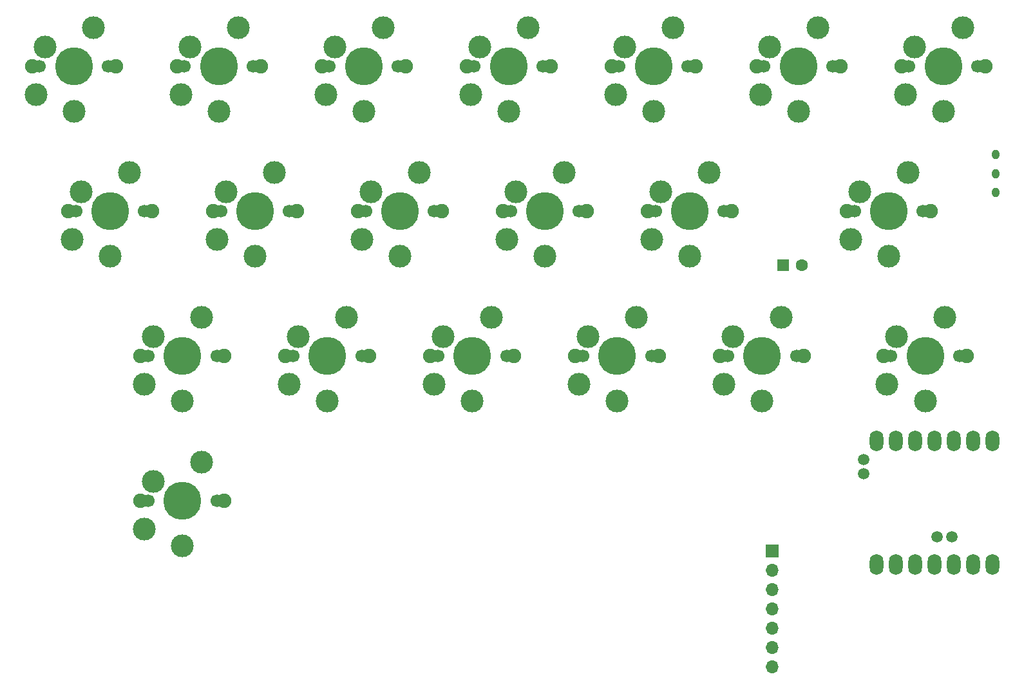
<source format=gbr>
%TF.GenerationSoftware,KiCad,Pcbnew,8.0.7*%
%TF.CreationDate,2025-01-09T22:17:52+09:00*%
%TF.ProjectId,cool937tb_R,636f6f6c-3933-4377-9462-5f522e6b6963,rev?*%
%TF.SameCoordinates,Original*%
%TF.FileFunction,Soldermask,Top*%
%TF.FilePolarity,Negative*%
%FSLAX46Y46*%
G04 Gerber Fmt 4.6, Leading zero omitted, Abs format (unit mm)*
G04 Created by KiCad (PCBNEW 8.0.7) date 2025-01-09 22:17:52*
%MOMM*%
%LPD*%
G01*
G04 APERTURE LIST*
%ADD10C,1.900000*%
%ADD11C,1.700000*%
%ADD12C,3.000000*%
%ADD13C,5.000000*%
%ADD14O,1.000000X1.300000*%
%ADD15R,1.700000X1.700000*%
%ADD16O,1.700000X1.700000*%
%ADD17R,1.600000X1.600000*%
%ADD18C,1.600000*%
%ADD19O,1.800000X2.750000*%
%ADD20C,1.500000*%
G04 APERTURE END LIST*
D10*
%TO.C,SW1*%
X-5500000Y0D03*
D11*
X-5080000Y0D03*
D12*
X-5000000Y-3700000D03*
D11*
X-4500000Y0D03*
D12*
X-3810000Y2540000D03*
D13*
X0Y0D03*
D12*
X0Y-5900000D03*
X2540000Y5080000D03*
D11*
X4500000Y0D03*
X5080000Y0D03*
D10*
X5500000Y0D03*
%TD*%
%TO.C,SW8*%
X84987500Y-38100000D03*
D11*
X85407500Y-38100000D03*
D12*
X85487500Y-41800000D03*
D11*
X85987500Y-38100000D03*
D12*
X86677500Y-35560000D03*
D13*
X90487500Y-38100000D03*
D12*
X90487500Y-44000000D03*
X93027500Y-33020000D03*
D11*
X94987500Y-38100000D03*
X95567500Y-38100000D03*
D10*
X95987500Y-38100000D03*
%TD*%
%TO.C,SW15*%
X65937500Y-38100000D03*
D11*
X66357500Y-38100000D03*
D12*
X66437500Y-41800000D03*
D11*
X66937500Y-38100000D03*
D12*
X67627500Y-35560000D03*
D13*
X71437500Y-38100000D03*
D12*
X71437500Y-44000000D03*
X73977500Y-33020000D03*
D11*
X75937500Y-38100000D03*
X76517500Y-38100000D03*
D10*
X76937500Y-38100000D03*
%TD*%
%TO.C,SW16*%
X108800000Y0D03*
D11*
X109220000Y0D03*
D12*
X109300000Y-3700000D03*
D11*
X109800000Y0D03*
D12*
X110490000Y2540000D03*
D13*
X114300000Y0D03*
D12*
X114300000Y-5900000D03*
X116840000Y5080000D03*
D11*
X118800000Y0D03*
X119380000Y0D03*
D10*
X119800000Y0D03*
%TD*%
D14*
%TO.C,SW21*%
X121220000Y-11620000D03*
X121220000Y-14120000D03*
X121220000Y-16620000D03*
%TD*%
D10*
%TO.C,SW13*%
X51650000Y0D03*
D11*
X52070000Y0D03*
D12*
X52150000Y-3700000D03*
D11*
X52650000Y0D03*
D12*
X53340000Y2540000D03*
D13*
X57150000Y0D03*
D12*
X57150000Y-5900000D03*
X59690000Y5080000D03*
D11*
X61650000Y0D03*
X62230000Y0D03*
D10*
X62650000Y0D03*
%TD*%
%TO.C,SW17*%
X70700000Y0D03*
D11*
X71120000Y0D03*
D12*
X71200000Y-3700000D03*
D11*
X71700000Y0D03*
D12*
X72390000Y2540000D03*
D13*
X76200000Y0D03*
D12*
X76200000Y-5900000D03*
X78740000Y5080000D03*
D11*
X80700000Y0D03*
X81280000Y0D03*
D10*
X81700000Y0D03*
%TD*%
%TO.C,SW11*%
X46887500Y-38100000D03*
D11*
X47307500Y-38100000D03*
D12*
X47387500Y-41800000D03*
D11*
X47887500Y-38100000D03*
D12*
X48577500Y-35560000D03*
D13*
X52387500Y-38100000D03*
D12*
X52387500Y-44000000D03*
X54927500Y-33020000D03*
D11*
X56887500Y-38100000D03*
X57467500Y-38100000D03*
D10*
X57887500Y-38100000D03*
%TD*%
%TO.C,SW12*%
X75462500Y-19050000D03*
D11*
X75882500Y-19050000D03*
D12*
X75962500Y-22750000D03*
D11*
X76462500Y-19050000D03*
D12*
X77152500Y-16510000D03*
D13*
X80962500Y-19050000D03*
D12*
X80962500Y-24950000D03*
X83502500Y-13970000D03*
D11*
X85462500Y-19050000D03*
X86042500Y-19050000D03*
D10*
X86462500Y-19050000D03*
%TD*%
%TO.C,SW19*%
X106418750Y-38100000D03*
D11*
X106838750Y-38100000D03*
D12*
X106918750Y-41800000D03*
D11*
X107418750Y-38100000D03*
D12*
X108108750Y-35560000D03*
D13*
X111918750Y-38100000D03*
D12*
X111918750Y-44000000D03*
X114458750Y-33020000D03*
D11*
X116418750Y-38100000D03*
X116998750Y-38100000D03*
D10*
X117418750Y-38100000D03*
%TD*%
%TO.C,SW20*%
X89750000Y0D03*
D11*
X90170000Y0D03*
D12*
X90250000Y-3700000D03*
D11*
X90750000Y0D03*
D12*
X91440000Y2540000D03*
D13*
X95250000Y0D03*
D12*
X95250000Y-5900000D03*
X97790000Y5080000D03*
D11*
X99750000Y0D03*
X100330000Y0D03*
D10*
X100750000Y0D03*
%TD*%
%TO.C,SW3*%
X8787500Y-38100000D03*
D11*
X9207500Y-38100000D03*
D12*
X9287500Y-41800000D03*
D11*
X9787500Y-38100000D03*
D12*
X10477500Y-35560000D03*
D13*
X14287500Y-38100000D03*
D12*
X14287500Y-44000000D03*
X16827500Y-33020000D03*
D11*
X18787500Y-38100000D03*
X19367500Y-38100000D03*
D10*
X19787500Y-38100000D03*
%TD*%
%TO.C,SW7*%
X27837500Y-38100000D03*
D11*
X28257500Y-38100000D03*
D12*
X28337500Y-41800000D03*
D11*
X28837500Y-38100000D03*
D12*
X29527500Y-35560000D03*
D13*
X33337500Y-38100000D03*
D12*
X33337500Y-44000000D03*
X35877500Y-33020000D03*
D11*
X37837500Y-38100000D03*
X38417500Y-38100000D03*
D10*
X38837500Y-38100000D03*
%TD*%
%TO.C,SW10*%
X37362500Y-19050000D03*
D11*
X37782500Y-19050000D03*
D12*
X37862500Y-22750000D03*
D11*
X38362500Y-19050000D03*
D12*
X39052500Y-16510000D03*
D13*
X42862500Y-19050000D03*
D12*
X42862500Y-24950000D03*
X45402500Y-13970000D03*
D11*
X47362500Y-19050000D03*
X47942500Y-19050000D03*
D10*
X48362500Y-19050000D03*
%TD*%
D15*
%TO.C,J1*%
X91780000Y-63790000D03*
D16*
X91780000Y-66330000D03*
X91780000Y-68870000D03*
X91780000Y-71410000D03*
X91780000Y-73950000D03*
X91780000Y-76490000D03*
X91780000Y-79030000D03*
%TD*%
D17*
%TO.C,J8*%
X93206250Y-26193750D03*
D18*
X95726250Y-26193750D03*
%TD*%
D10*
%TO.C,SW5*%
X13550000Y0D03*
D11*
X13970000Y0D03*
D12*
X14050000Y-3700000D03*
D11*
X14550000Y0D03*
D12*
X15240000Y2540000D03*
D13*
X19050000Y0D03*
D12*
X19050000Y-5900000D03*
X21590000Y5080000D03*
D11*
X23550000Y0D03*
X24130000Y0D03*
D10*
X24550000Y0D03*
%TD*%
%TO.C,SW6*%
X18312500Y-19050000D03*
D11*
X18732500Y-19050000D03*
D12*
X18812500Y-22750000D03*
D11*
X19312500Y-19050000D03*
D12*
X20002500Y-16510000D03*
D13*
X23812500Y-19050000D03*
D12*
X23812500Y-24950000D03*
X26352500Y-13970000D03*
D11*
X28312500Y-19050000D03*
X28892500Y-19050000D03*
D10*
X29312500Y-19050000D03*
%TD*%
%TO.C,SW9*%
X32600000Y0D03*
D11*
X33020000Y0D03*
D12*
X33100000Y-3700000D03*
D11*
X33600000Y0D03*
D12*
X34290000Y2540000D03*
D13*
X38100000Y0D03*
D12*
X38100000Y-5900000D03*
X40640000Y5080000D03*
D11*
X42600000Y0D03*
X43180000Y0D03*
D10*
X43600000Y0D03*
%TD*%
%TO.C,SW4*%
X8787500Y-57150000D03*
D11*
X9207500Y-57150000D03*
D12*
X9287500Y-60850000D03*
D11*
X9787500Y-57150000D03*
D12*
X10477500Y-54610000D03*
D13*
X14287500Y-57150000D03*
D12*
X14287500Y-63050000D03*
X16827500Y-52070000D03*
D11*
X18787500Y-57150000D03*
X19367500Y-57150000D03*
D10*
X19787500Y-57150000D03*
%TD*%
%TO.C,SW2*%
X-737500Y-19050000D03*
D11*
X-317500Y-19050000D03*
D12*
X-237500Y-22750000D03*
D11*
X262500Y-19050000D03*
D12*
X952500Y-16510000D03*
D13*
X4762500Y-19050000D03*
D12*
X4762500Y-24950000D03*
X7302500Y-13970000D03*
D11*
X9262500Y-19050000D03*
X9842500Y-19050000D03*
D10*
X10262500Y-19050000D03*
%TD*%
%TO.C,SW18*%
X101656250Y-19050000D03*
D11*
X102076250Y-19050000D03*
D12*
X102156250Y-22750000D03*
D11*
X102656250Y-19050000D03*
D12*
X103346250Y-16510000D03*
D13*
X107156250Y-19050000D03*
D12*
X107156250Y-24950000D03*
X109696250Y-13970000D03*
D11*
X111656250Y-19050000D03*
X112236250Y-19050000D03*
D10*
X112656250Y-19050000D03*
%TD*%
%TO.C,SW14*%
X56412500Y-19050000D03*
D11*
X56832500Y-19050000D03*
D12*
X56912500Y-22750000D03*
D11*
X57412500Y-19050000D03*
D12*
X58102500Y-16510000D03*
D13*
X61912500Y-19050000D03*
D12*
X61912500Y-24950000D03*
X64452500Y-13970000D03*
D11*
X66412500Y-19050000D03*
X66992500Y-19050000D03*
D10*
X67412500Y-19050000D03*
%TD*%
D19*
%TO.C,U1*%
X120806000Y-65540000D03*
X118266000Y-65540000D03*
X115726000Y-65540000D03*
X113186000Y-65540000D03*
X110646000Y-65540000D03*
X108106000Y-65540000D03*
X105566000Y-65540000D03*
X105566000Y-49300000D03*
X108106000Y-49300000D03*
X110646000Y-49300000D03*
X113186000Y-49300000D03*
X115726000Y-49300000D03*
X118266000Y-49300000D03*
X120806000Y-49300000D03*
D20*
X103874000Y-53584600D03*
X103874000Y-51705000D03*
X113503000Y-61865000D03*
X115408000Y-61865000D03*
%TD*%
M02*

</source>
